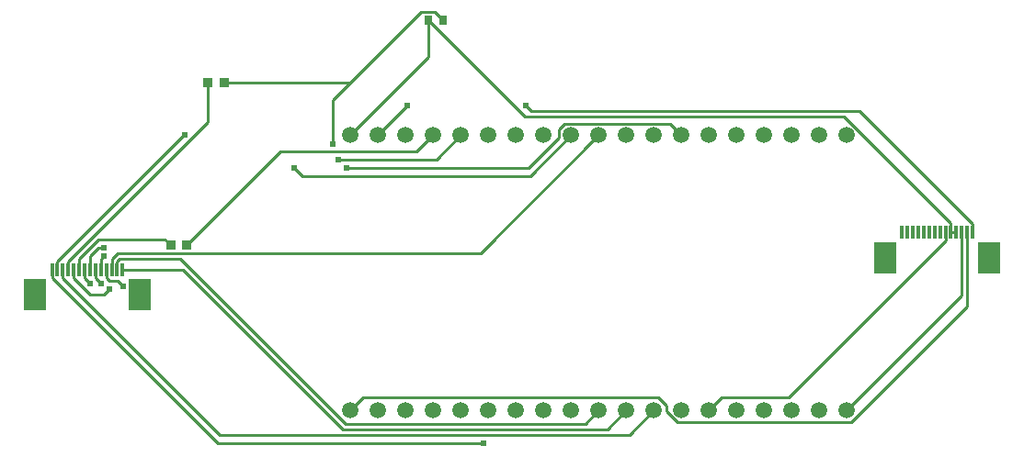
<source format=gtl>
G04 Layer: TopLayer*
G04 EasyEDA Pro v2.2.40.8, 2025-09-20 19:13:23*
G04 Gerber Generator version 0.3*
G04 Scale: 100 percent, Rotated: No, Reflected: No*
G04 Dimensions in millimeters*
G04 Leading zeros omitted, absolute positions, 4 integers and 5 decimals*
G04 Generated by one-click*
%FSLAX45Y45*%
%MOMM*%
%ADD10R,0.8X0.9*%
%ADD11R,2.0X2.99999*%
%ADD12R,0.3X1.25001*%
%ADD13R,0.80648X0.86401*%
%ADD14C,1.5*%
%ADD15C,0.61*%
%ADD16C,0.2580*%
%ADD17C,0.254*%
G75*


G04 Pad Start*
G54D10*
G01X3787999Y6330D03*
G01X3928003Y6330D03*
G54D11*
G01X1126696Y-2526561D03*
G54D12*
G01X322710Y-2294049D03*
G01X372697Y-2294049D03*
G01X422709Y-2294049D03*
G01X472697Y-2294049D03*
G01X522709Y-2294049D03*
G01X572696Y-2294049D03*
G01X622709Y-2294049D03*
G01X672696Y-2294049D03*
G01X722709Y-2294049D03*
G01X772696Y-2294049D03*
G01X822709Y-2294049D03*
G01X872696Y-2294049D03*
G01X922708Y-2294049D03*
G01X972696Y-2294049D03*
G54D11*
G01X168709Y-2526561D03*
G01X8955992Y-2186727D03*
G54D12*
G01X8152006Y-1954215D03*
G01X8201993Y-1954215D03*
G01X8252005Y-1954215D03*
G01X8301993Y-1954215D03*
G01X8352005Y-1954215D03*
G01X8401992Y-1954215D03*
G01X8452005Y-1954215D03*
G01X8501992Y-1954215D03*
G01X8552005Y-1954215D03*
G01X8601992Y-1954215D03*
G01X8652005Y-1954215D03*
G01X8701992Y-1954215D03*
G01X8752004Y-1954215D03*
G01X8801992Y-1954215D03*
G54D11*
G01X7998005Y-2186727D03*
G54D13*
G01X1566860Y-2070471D03*
G01X1416187Y-2070471D03*
G01X1909117Y-573679D03*
G01X1758445Y-573679D03*
G54D14*
G01X3070606Y-3594468D03*
G01X3324606Y-3594468D03*
G01X3578606Y-3594468D03*
G01X3832606Y-3594468D03*
G01X4086606Y-3594468D03*
G01X4340606Y-3594468D03*
G01X4594606Y-3594468D03*
G01X4848606Y-3594468D03*
G01X5102606Y-3594468D03*
G01X5356606Y-3594468D03*
G01X5610606Y-3594468D03*
G01X5864606Y-3594468D03*
G01X6118606Y-3594468D03*
G01X6372606Y-3594468D03*
G01X6626606Y-3594468D03*
G01X6880606Y-3594468D03*
G01X7134606Y-3594468D03*
G01X7388606Y-3594468D03*
G01X7642606Y-3594468D03*
G01X3070606Y-1054468D03*
G01X3324606Y-1054468D03*
G01X3578606Y-1054468D03*
G01X3832606Y-1054468D03*
G01X4086606Y-1054468D03*
G01X4340606Y-1054468D03*
G01X4594606Y-1054468D03*
G01X4848606Y-1054468D03*
G01X5102606Y-1054468D03*
G01X5356606Y-1054468D03*
G01X5610606Y-1054468D03*
G01X5864606Y-1054468D03*
G01X6118606Y-1054468D03*
G01X6372606Y-1054468D03*
G01X6626606Y-1054468D03*
G01X6880606Y-1054468D03*
G01X7134606Y-1054468D03*
G01X7388606Y-1054468D03*
G01X7642606Y-1054468D03*
G04 Pad End*

G04 Via Start*
G54D15*
G01X852909Y-2471849D03*
G01X2961109Y-1278049D03*
G01X4294825Y-3894249D03*
G01X1546116Y-1054468D03*
G01X2912003Y-1136670D03*
G01X4687192Y-785815D03*
G01X3594992Y-785815D03*
G01X673509Y-2421049D03*
G01X799696Y-2090849D03*
G01X773509Y-2421049D03*
G01X3034109Y-1354249D03*
G01X798096Y-2167049D03*
G01X975109Y-2446449D03*
G01X2549909Y-1354249D03*
G04 Via End*

G04 Track Start*
G54D17*
G01X572696Y-2294049D02*
G01X572696Y-2192449D01*
G01X750496Y-2014649D01*
G01X1360366Y-2014649D01*
G01X1416187Y-2070471D01*
G01X8752004Y-1954215D02*
G01X8752004Y-2640015D01*
G01X7685204Y-3706815D01*
G01X6085004Y-3706815D01*
G01X5983404Y-3605215D01*
G01X5983404Y-3554415D01*
G01X5907204Y-3478215D01*
G01X3186859Y-3478215D01*
G01X3070606Y-3594468D01*
G01X8701992Y-1954215D02*
G01X8701992Y-2535083D01*
G01X7642606Y-3594468D01*
G01X472697Y-2294049D02*
G01X472697Y-2217849D01*
G01X1758445Y-932101D01*
G01X1758445Y-573679D01*
G01X1566860Y-2070471D02*
G01X2430460Y-1206871D01*
G01X3680203Y-1206871D01*
G01X3832606Y-1054468D01*
G01X522709Y-2294049D02*
G01X522709Y-2370249D01*
G01X675109Y-2522649D01*
G01X802109Y-2522649D01*
G01X852909Y-2471849D01*
G01X2961109Y-1278049D02*
G01X3863025Y-1278049D01*
G01X4086606Y-1054468D01*
G01X3787999Y6330D02*
G01X3787999Y-337076D01*
G01X3070606Y-1054468D01*
G01X3787999Y6330D02*
G01X4676999Y-882670D01*
G01X7619495Y-882670D01*
G01X8601992Y-1865168D01*
G01X8601992Y-1954215D01*
G01X8652005Y-1954215D01*
G01X8552005Y-1954215D02*
G01X8552005Y-2030415D01*
G01X7104205Y-3478215D01*
G01X6488859Y-3478215D01*
G01X6372606Y-3594468D01*
G01X922708Y-2294049D02*
G01X922708Y-2217849D01*
G01X948108Y-2192449D01*
G01X1506908Y-2192449D01*
G01X3030908Y-3716449D01*
G01X5234625Y-3716449D01*
G01X5356606Y-3594468D01*
G01X872696Y-2294049D02*
G01X872696Y-2192449D01*
G01X923496Y-2141649D01*
G01X4269425Y-2141649D01*
G01X5356606Y-1054468D01*
G01X972696Y-2294049D02*
G01X1531496Y-2294049D01*
G01X3004696Y-3767249D01*
G01X5437825Y-3767249D01*
G01X5610606Y-3594468D01*
G01X422709Y-2294049D02*
G01X422709Y-2370249D01*
G01X1870509Y-3818049D01*
G01X5641025Y-3818049D01*
G01X5864606Y-3594468D01*
G01X322710Y-2294049D02*
G01X322710Y-2370249D01*
G01X1846710Y-3894249D01*
G01X4294825Y-3894249D01*
G01X372697Y-2294049D02*
G01X372697Y-2217849D01*
G01X1540130Y-1050416D01*
G01X1542063Y-1050416D01*
G01X1546116Y-1054468D01*
G01X3928003Y6330D02*
G01X3851803Y82530D01*
G01X3724803Y82530D01*
G01X3068594Y-573679D02*
G01X1909117Y-573679D01*
G01X2912003Y-730270D02*
G01X2912003Y-1136670D01*
G01X8801992Y-1954215D02*
G01X8801992Y-1878015D01*
G01X7760592Y-836615D01*
G01X4737992Y-836615D01*
G01X4687192Y-785815D01*
G01X3594992Y-785815D02*
G01X3593259Y-785815D01*
G01X3324606Y-1054468D01*
G01X622709Y-2294049D02*
G01X622709Y-2370249D01*
G01X673509Y-2421049D01*
G01X672696Y-2294049D02*
G01X672696Y-2167049D01*
G01X748896Y-2090849D01*
G01X799696Y-2090849D01*
G01X722709Y-2294049D02*
G01X722709Y-2370249D01*
G01X773509Y-2421049D01*
G01X3034109Y-1354249D02*
G01X4710509Y-1354249D01*
G01X4989909Y-1074849D01*
G01X4989909Y-998649D01*
G01X5040709Y-947849D01*
G01X6011987Y-947849D01*
G01X6118606Y-1054468D01*
G01X772696Y-2294049D02*
G01X772696Y-2192449D01*
G01X798096Y-2167049D01*
G01X822709Y-2294049D02*
G01X822709Y-2370249D01*
G01X848109Y-2395649D01*
G01X924309Y-2395649D01*
G01X975109Y-2446449D01*
G01X2549909Y-1354249D02*
G01X2626109Y-1430449D01*
G01X4726625Y-1430449D01*
G01X5102606Y-1054468D01*
G01X3068594Y-573679D02*
G01X2912003Y-730270D01*
G01X3724803Y82530D02*
G01X3068594Y-573679D01*
G04 Track End*

M02*


</source>
